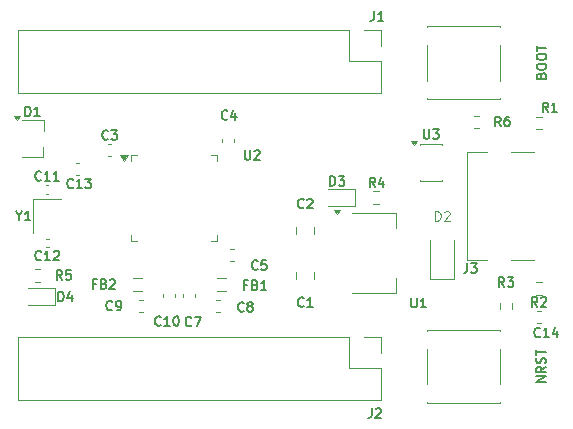
<source format=gbr>
%TF.GenerationSoftware,KiCad,Pcbnew,9.0.5*%
%TF.CreationDate,2025-10-21T09:40:09+03:30*%
%TF.ProjectId,WeAct-STM32G474,57654163-742d-4535-944d-333247343734,rev?*%
%TF.SameCoordinates,Original*%
%TF.FileFunction,Legend,Top*%
%TF.FilePolarity,Positive*%
%FSLAX46Y46*%
G04 Gerber Fmt 4.6, Leading zero omitted, Abs format (unit mm)*
G04 Created by KiCad (PCBNEW 9.0.5) date 2025-10-21 09:40:09*
%MOMM*%
%LPD*%
G01*
G04 APERTURE LIST*
%ADD10C,0.150000*%
%ADD11C,0.100000*%
%ADD12C,0.120000*%
G04 APERTURE END LIST*
D10*
X141390476Y-92802295D02*
X141390476Y-93449914D01*
X141390476Y-93449914D02*
X141428571Y-93526104D01*
X141428571Y-93526104D02*
X141466666Y-93564200D01*
X141466666Y-93564200D02*
X141542857Y-93602295D01*
X141542857Y-93602295D02*
X141695238Y-93602295D01*
X141695238Y-93602295D02*
X141771428Y-93564200D01*
X141771428Y-93564200D02*
X141809523Y-93526104D01*
X141809523Y-93526104D02*
X141847619Y-93449914D01*
X141847619Y-93449914D02*
X141847619Y-92802295D01*
X142190475Y-92878485D02*
X142228571Y-92840390D01*
X142228571Y-92840390D02*
X142304761Y-92802295D01*
X142304761Y-92802295D02*
X142495237Y-92802295D01*
X142495237Y-92802295D02*
X142571428Y-92840390D01*
X142571428Y-92840390D02*
X142609523Y-92878485D01*
X142609523Y-92878485D02*
X142647618Y-92954676D01*
X142647618Y-92954676D02*
X142647618Y-93030866D01*
X142647618Y-93030866D02*
X142609523Y-93145152D01*
X142609523Y-93145152D02*
X142152380Y-93602295D01*
X142152380Y-93602295D02*
X142647618Y-93602295D01*
X160233333Y-102362295D02*
X160233333Y-102933723D01*
X160233333Y-102933723D02*
X160195238Y-103048009D01*
X160195238Y-103048009D02*
X160119047Y-103124200D01*
X160119047Y-103124200D02*
X160004762Y-103162295D01*
X160004762Y-103162295D02*
X159928571Y-103162295D01*
X160538095Y-102362295D02*
X161033333Y-102362295D01*
X161033333Y-102362295D02*
X160766667Y-102667057D01*
X160766667Y-102667057D02*
X160880952Y-102667057D01*
X160880952Y-102667057D02*
X160957143Y-102705152D01*
X160957143Y-102705152D02*
X160995238Y-102743247D01*
X160995238Y-102743247D02*
X161033333Y-102819438D01*
X161033333Y-102819438D02*
X161033333Y-103009914D01*
X161033333Y-103009914D02*
X160995238Y-103086104D01*
X160995238Y-103086104D02*
X160957143Y-103124200D01*
X160957143Y-103124200D02*
X160880952Y-103162295D01*
X160880952Y-103162295D02*
X160652381Y-103162295D01*
X160652381Y-103162295D02*
X160576190Y-103124200D01*
X160576190Y-103124200D02*
X160538095Y-103086104D01*
X124135714Y-102057396D02*
X124097618Y-102095492D01*
X124097618Y-102095492D02*
X123983333Y-102133587D01*
X123983333Y-102133587D02*
X123907142Y-102133587D01*
X123907142Y-102133587D02*
X123792856Y-102095492D01*
X123792856Y-102095492D02*
X123716666Y-102019301D01*
X123716666Y-102019301D02*
X123678571Y-101943111D01*
X123678571Y-101943111D02*
X123640475Y-101790730D01*
X123640475Y-101790730D02*
X123640475Y-101676444D01*
X123640475Y-101676444D02*
X123678571Y-101524063D01*
X123678571Y-101524063D02*
X123716666Y-101447872D01*
X123716666Y-101447872D02*
X123792856Y-101371682D01*
X123792856Y-101371682D02*
X123907142Y-101333587D01*
X123907142Y-101333587D02*
X123983333Y-101333587D01*
X123983333Y-101333587D02*
X124097618Y-101371682D01*
X124097618Y-101371682D02*
X124135714Y-101409777D01*
X124897618Y-102133587D02*
X124440475Y-102133587D01*
X124669047Y-102133587D02*
X124669047Y-101333587D01*
X124669047Y-101333587D02*
X124592856Y-101447872D01*
X124592856Y-101447872D02*
X124516666Y-101524063D01*
X124516666Y-101524063D02*
X124440475Y-101562158D01*
X125202380Y-101409777D02*
X125240476Y-101371682D01*
X125240476Y-101371682D02*
X125316666Y-101333587D01*
X125316666Y-101333587D02*
X125507142Y-101333587D01*
X125507142Y-101333587D02*
X125583333Y-101371682D01*
X125583333Y-101371682D02*
X125621428Y-101409777D01*
X125621428Y-101409777D02*
X125659523Y-101485968D01*
X125659523Y-101485968D02*
X125659523Y-101562158D01*
X125659523Y-101562158D02*
X125621428Y-101676444D01*
X125621428Y-101676444D02*
X125164285Y-102133587D01*
X125164285Y-102133587D02*
X125659523Y-102133587D01*
X124135714Y-95307396D02*
X124097618Y-95345492D01*
X124097618Y-95345492D02*
X123983333Y-95383587D01*
X123983333Y-95383587D02*
X123907142Y-95383587D01*
X123907142Y-95383587D02*
X123792856Y-95345492D01*
X123792856Y-95345492D02*
X123716666Y-95269301D01*
X123716666Y-95269301D02*
X123678571Y-95193111D01*
X123678571Y-95193111D02*
X123640475Y-95040730D01*
X123640475Y-95040730D02*
X123640475Y-94926444D01*
X123640475Y-94926444D02*
X123678571Y-94774063D01*
X123678571Y-94774063D02*
X123716666Y-94697872D01*
X123716666Y-94697872D02*
X123792856Y-94621682D01*
X123792856Y-94621682D02*
X123907142Y-94583587D01*
X123907142Y-94583587D02*
X123983333Y-94583587D01*
X123983333Y-94583587D02*
X124097618Y-94621682D01*
X124097618Y-94621682D02*
X124135714Y-94659777D01*
X124897618Y-95383587D02*
X124440475Y-95383587D01*
X124669047Y-95383587D02*
X124669047Y-94583587D01*
X124669047Y-94583587D02*
X124592856Y-94697872D01*
X124592856Y-94697872D02*
X124516666Y-94774063D01*
X124516666Y-94774063D02*
X124440475Y-94812158D01*
X125659523Y-95383587D02*
X125202380Y-95383587D01*
X125430952Y-95383587D02*
X125430952Y-94583587D01*
X125430952Y-94583587D02*
X125354761Y-94697872D01*
X125354761Y-94697872D02*
X125278571Y-94774063D01*
X125278571Y-94774063D02*
X125202380Y-94812158D01*
X125916667Y-103762295D02*
X125650000Y-103381342D01*
X125459524Y-103762295D02*
X125459524Y-102962295D01*
X125459524Y-102962295D02*
X125764286Y-102962295D01*
X125764286Y-102962295D02*
X125840476Y-103000390D01*
X125840476Y-103000390D02*
X125878571Y-103038485D01*
X125878571Y-103038485D02*
X125916667Y-103114676D01*
X125916667Y-103114676D02*
X125916667Y-103228961D01*
X125916667Y-103228961D02*
X125878571Y-103305152D01*
X125878571Y-103305152D02*
X125840476Y-103343247D01*
X125840476Y-103343247D02*
X125764286Y-103381342D01*
X125764286Y-103381342D02*
X125459524Y-103381342D01*
X126640476Y-102962295D02*
X126259524Y-102962295D01*
X126259524Y-102962295D02*
X126221428Y-103343247D01*
X126221428Y-103343247D02*
X126259524Y-103305152D01*
X126259524Y-103305152D02*
X126335714Y-103267057D01*
X126335714Y-103267057D02*
X126526190Y-103267057D01*
X126526190Y-103267057D02*
X126602381Y-103305152D01*
X126602381Y-103305152D02*
X126640476Y-103343247D01*
X126640476Y-103343247D02*
X126678571Y-103419438D01*
X126678571Y-103419438D02*
X126678571Y-103609914D01*
X126678571Y-103609914D02*
X126640476Y-103686104D01*
X126640476Y-103686104D02*
X126602381Y-103724200D01*
X126602381Y-103724200D02*
X126526190Y-103762295D01*
X126526190Y-103762295D02*
X126335714Y-103762295D01*
X126335714Y-103762295D02*
X126259524Y-103724200D01*
X126259524Y-103724200D02*
X126221428Y-103686104D01*
X141583333Y-104193247D02*
X141316667Y-104193247D01*
X141316667Y-104612295D02*
X141316667Y-103812295D01*
X141316667Y-103812295D02*
X141697619Y-103812295D01*
X142269047Y-104193247D02*
X142383333Y-104231342D01*
X142383333Y-104231342D02*
X142421428Y-104269438D01*
X142421428Y-104269438D02*
X142459524Y-104345628D01*
X142459524Y-104345628D02*
X142459524Y-104459914D01*
X142459524Y-104459914D02*
X142421428Y-104536104D01*
X142421428Y-104536104D02*
X142383333Y-104574200D01*
X142383333Y-104574200D02*
X142307143Y-104612295D01*
X142307143Y-104612295D02*
X142002381Y-104612295D01*
X142002381Y-104612295D02*
X142002381Y-103812295D01*
X142002381Y-103812295D02*
X142269047Y-103812295D01*
X142269047Y-103812295D02*
X142345238Y-103850390D01*
X142345238Y-103850390D02*
X142383333Y-103888485D01*
X142383333Y-103888485D02*
X142421428Y-103964676D01*
X142421428Y-103964676D02*
X142421428Y-104040866D01*
X142421428Y-104040866D02*
X142383333Y-104117057D01*
X142383333Y-104117057D02*
X142345238Y-104155152D01*
X142345238Y-104155152D02*
X142269047Y-104193247D01*
X142269047Y-104193247D02*
X142002381Y-104193247D01*
X143221428Y-104612295D02*
X142764285Y-104612295D01*
X142992857Y-104612295D02*
X142992857Y-103812295D01*
X142992857Y-103812295D02*
X142916666Y-103926580D01*
X142916666Y-103926580D02*
X142840476Y-104002771D01*
X142840476Y-104002771D02*
X142764285Y-104040866D01*
X152333333Y-81042295D02*
X152333333Y-81613723D01*
X152333333Y-81613723D02*
X152295238Y-81728009D01*
X152295238Y-81728009D02*
X152219047Y-81804200D01*
X152219047Y-81804200D02*
X152104762Y-81842295D01*
X152104762Y-81842295D02*
X152028571Y-81842295D01*
X153133333Y-81842295D02*
X152676190Y-81842295D01*
X152904762Y-81842295D02*
X152904762Y-81042295D01*
X152904762Y-81042295D02*
X152828571Y-81156580D01*
X152828571Y-81156580D02*
X152752381Y-81232771D01*
X152752381Y-81232771D02*
X152676190Y-81270866D01*
X167066667Y-89562295D02*
X166800000Y-89181342D01*
X166609524Y-89562295D02*
X166609524Y-88762295D01*
X166609524Y-88762295D02*
X166914286Y-88762295D01*
X166914286Y-88762295D02*
X166990476Y-88800390D01*
X166990476Y-88800390D02*
X167028571Y-88838485D01*
X167028571Y-88838485D02*
X167066667Y-88914676D01*
X167066667Y-88914676D02*
X167066667Y-89028961D01*
X167066667Y-89028961D02*
X167028571Y-89105152D01*
X167028571Y-89105152D02*
X166990476Y-89143247D01*
X166990476Y-89143247D02*
X166914286Y-89181342D01*
X166914286Y-89181342D02*
X166609524Y-89181342D01*
X167828571Y-89562295D02*
X167371428Y-89562295D01*
X167600000Y-89562295D02*
X167600000Y-88762295D01*
X167600000Y-88762295D02*
X167523809Y-88876580D01*
X167523809Y-88876580D02*
X167447619Y-88952771D01*
X167447619Y-88952771D02*
X167371428Y-88990866D01*
X163066667Y-90762295D02*
X162800000Y-90381342D01*
X162609524Y-90762295D02*
X162609524Y-89962295D01*
X162609524Y-89962295D02*
X162914286Y-89962295D01*
X162914286Y-89962295D02*
X162990476Y-90000390D01*
X162990476Y-90000390D02*
X163028571Y-90038485D01*
X163028571Y-90038485D02*
X163066667Y-90114676D01*
X163066667Y-90114676D02*
X163066667Y-90228961D01*
X163066667Y-90228961D02*
X163028571Y-90305152D01*
X163028571Y-90305152D02*
X162990476Y-90343247D01*
X162990476Y-90343247D02*
X162914286Y-90381342D01*
X162914286Y-90381342D02*
X162609524Y-90381342D01*
X163752381Y-89962295D02*
X163600000Y-89962295D01*
X163600000Y-89962295D02*
X163523809Y-90000390D01*
X163523809Y-90000390D02*
X163485714Y-90038485D01*
X163485714Y-90038485D02*
X163409524Y-90152771D01*
X163409524Y-90152771D02*
X163371428Y-90305152D01*
X163371428Y-90305152D02*
X163371428Y-90609914D01*
X163371428Y-90609914D02*
X163409524Y-90686104D01*
X163409524Y-90686104D02*
X163447619Y-90724200D01*
X163447619Y-90724200D02*
X163523809Y-90762295D01*
X163523809Y-90762295D02*
X163676190Y-90762295D01*
X163676190Y-90762295D02*
X163752381Y-90724200D01*
X163752381Y-90724200D02*
X163790476Y-90686104D01*
X163790476Y-90686104D02*
X163828571Y-90609914D01*
X163828571Y-90609914D02*
X163828571Y-90419438D01*
X163828571Y-90419438D02*
X163790476Y-90343247D01*
X163790476Y-90343247D02*
X163752381Y-90305152D01*
X163752381Y-90305152D02*
X163676190Y-90267057D01*
X163676190Y-90267057D02*
X163523809Y-90267057D01*
X163523809Y-90267057D02*
X163447619Y-90305152D01*
X163447619Y-90305152D02*
X163409524Y-90343247D01*
X163409524Y-90343247D02*
X163371428Y-90419438D01*
X146366667Y-97636104D02*
X146328571Y-97674200D01*
X146328571Y-97674200D02*
X146214286Y-97712295D01*
X146214286Y-97712295D02*
X146138095Y-97712295D01*
X146138095Y-97712295D02*
X146023809Y-97674200D01*
X146023809Y-97674200D02*
X145947619Y-97598009D01*
X145947619Y-97598009D02*
X145909524Y-97521819D01*
X145909524Y-97521819D02*
X145871428Y-97369438D01*
X145871428Y-97369438D02*
X145871428Y-97255152D01*
X145871428Y-97255152D02*
X145909524Y-97102771D01*
X145909524Y-97102771D02*
X145947619Y-97026580D01*
X145947619Y-97026580D02*
X146023809Y-96950390D01*
X146023809Y-96950390D02*
X146138095Y-96912295D01*
X146138095Y-96912295D02*
X146214286Y-96912295D01*
X146214286Y-96912295D02*
X146328571Y-96950390D01*
X146328571Y-96950390D02*
X146366667Y-96988485D01*
X146671428Y-96988485D02*
X146709524Y-96950390D01*
X146709524Y-96950390D02*
X146785714Y-96912295D01*
X146785714Y-96912295D02*
X146976190Y-96912295D01*
X146976190Y-96912295D02*
X147052381Y-96950390D01*
X147052381Y-96950390D02*
X147090476Y-96988485D01*
X147090476Y-96988485D02*
X147128571Y-97064676D01*
X147128571Y-97064676D02*
X147128571Y-97140866D01*
X147128571Y-97140866D02*
X147090476Y-97255152D01*
X147090476Y-97255152D02*
X146633333Y-97712295D01*
X146633333Y-97712295D02*
X147128571Y-97712295D01*
D11*
X157509524Y-98764895D02*
X157509524Y-97964895D01*
X157509524Y-97964895D02*
X157700000Y-97964895D01*
X157700000Y-97964895D02*
X157814286Y-98002990D01*
X157814286Y-98002990D02*
X157890476Y-98079180D01*
X157890476Y-98079180D02*
X157928571Y-98155371D01*
X157928571Y-98155371D02*
X157966667Y-98307752D01*
X157966667Y-98307752D02*
X157966667Y-98422038D01*
X157966667Y-98422038D02*
X157928571Y-98574419D01*
X157928571Y-98574419D02*
X157890476Y-98650609D01*
X157890476Y-98650609D02*
X157814286Y-98726800D01*
X157814286Y-98726800D02*
X157700000Y-98764895D01*
X157700000Y-98764895D02*
X157509524Y-98764895D01*
X158271428Y-98041085D02*
X158309524Y-98002990D01*
X158309524Y-98002990D02*
X158385714Y-97964895D01*
X158385714Y-97964895D02*
X158576190Y-97964895D01*
X158576190Y-97964895D02*
X158652381Y-98002990D01*
X158652381Y-98002990D02*
X158690476Y-98041085D01*
X158690476Y-98041085D02*
X158728571Y-98117276D01*
X158728571Y-98117276D02*
X158728571Y-98193466D01*
X158728571Y-98193466D02*
X158690476Y-98307752D01*
X158690476Y-98307752D02*
X158233333Y-98764895D01*
X158233333Y-98764895D02*
X158728571Y-98764895D01*
D10*
X166166667Y-106062295D02*
X165900000Y-105681342D01*
X165709524Y-106062295D02*
X165709524Y-105262295D01*
X165709524Y-105262295D02*
X166014286Y-105262295D01*
X166014286Y-105262295D02*
X166090476Y-105300390D01*
X166090476Y-105300390D02*
X166128571Y-105338485D01*
X166128571Y-105338485D02*
X166166667Y-105414676D01*
X166166667Y-105414676D02*
X166166667Y-105528961D01*
X166166667Y-105528961D02*
X166128571Y-105605152D01*
X166128571Y-105605152D02*
X166090476Y-105643247D01*
X166090476Y-105643247D02*
X166014286Y-105681342D01*
X166014286Y-105681342D02*
X165709524Y-105681342D01*
X166471428Y-105338485D02*
X166509524Y-105300390D01*
X166509524Y-105300390D02*
X166585714Y-105262295D01*
X166585714Y-105262295D02*
X166776190Y-105262295D01*
X166776190Y-105262295D02*
X166852381Y-105300390D01*
X166852381Y-105300390D02*
X166890476Y-105338485D01*
X166890476Y-105338485D02*
X166928571Y-105414676D01*
X166928571Y-105414676D02*
X166928571Y-105490866D01*
X166928571Y-105490866D02*
X166890476Y-105605152D01*
X166890476Y-105605152D02*
X166433333Y-106062295D01*
X166433333Y-106062295D02*
X166928571Y-106062295D01*
X166862295Y-112414285D02*
X166062295Y-112414285D01*
X166062295Y-112414285D02*
X166862295Y-111957142D01*
X166862295Y-111957142D02*
X166062295Y-111957142D01*
X166862295Y-111119047D02*
X166481342Y-111385714D01*
X166862295Y-111576190D02*
X166062295Y-111576190D01*
X166062295Y-111576190D02*
X166062295Y-111271428D01*
X166062295Y-111271428D02*
X166100390Y-111195238D01*
X166100390Y-111195238D02*
X166138485Y-111157143D01*
X166138485Y-111157143D02*
X166214676Y-111119047D01*
X166214676Y-111119047D02*
X166328961Y-111119047D01*
X166328961Y-111119047D02*
X166405152Y-111157143D01*
X166405152Y-111157143D02*
X166443247Y-111195238D01*
X166443247Y-111195238D02*
X166481342Y-111271428D01*
X166481342Y-111271428D02*
X166481342Y-111576190D01*
X166824200Y-110814286D02*
X166862295Y-110700000D01*
X166862295Y-110700000D02*
X166862295Y-110509524D01*
X166862295Y-110509524D02*
X166824200Y-110433333D01*
X166824200Y-110433333D02*
X166786104Y-110395238D01*
X166786104Y-110395238D02*
X166709914Y-110357143D01*
X166709914Y-110357143D02*
X166633723Y-110357143D01*
X166633723Y-110357143D02*
X166557533Y-110395238D01*
X166557533Y-110395238D02*
X166519438Y-110433333D01*
X166519438Y-110433333D02*
X166481342Y-110509524D01*
X166481342Y-110509524D02*
X166443247Y-110661905D01*
X166443247Y-110661905D02*
X166405152Y-110738095D01*
X166405152Y-110738095D02*
X166367057Y-110776190D01*
X166367057Y-110776190D02*
X166290866Y-110814286D01*
X166290866Y-110814286D02*
X166214676Y-110814286D01*
X166214676Y-110814286D02*
X166138485Y-110776190D01*
X166138485Y-110776190D02*
X166100390Y-110738095D01*
X166100390Y-110738095D02*
X166062295Y-110661905D01*
X166062295Y-110661905D02*
X166062295Y-110471428D01*
X166062295Y-110471428D02*
X166100390Y-110357143D01*
X166062295Y-110128571D02*
X166062295Y-109671428D01*
X166862295Y-109900000D02*
X166062295Y-109900000D01*
X126860714Y-95936104D02*
X126822618Y-95974200D01*
X126822618Y-95974200D02*
X126708333Y-96012295D01*
X126708333Y-96012295D02*
X126632142Y-96012295D01*
X126632142Y-96012295D02*
X126517856Y-95974200D01*
X126517856Y-95974200D02*
X126441666Y-95898009D01*
X126441666Y-95898009D02*
X126403571Y-95821819D01*
X126403571Y-95821819D02*
X126365475Y-95669438D01*
X126365475Y-95669438D02*
X126365475Y-95555152D01*
X126365475Y-95555152D02*
X126403571Y-95402771D01*
X126403571Y-95402771D02*
X126441666Y-95326580D01*
X126441666Y-95326580D02*
X126517856Y-95250390D01*
X126517856Y-95250390D02*
X126632142Y-95212295D01*
X126632142Y-95212295D02*
X126708333Y-95212295D01*
X126708333Y-95212295D02*
X126822618Y-95250390D01*
X126822618Y-95250390D02*
X126860714Y-95288485D01*
X127622618Y-96012295D02*
X127165475Y-96012295D01*
X127394047Y-96012295D02*
X127394047Y-95212295D01*
X127394047Y-95212295D02*
X127317856Y-95326580D01*
X127317856Y-95326580D02*
X127241666Y-95402771D01*
X127241666Y-95402771D02*
X127165475Y-95440866D01*
X127889285Y-95212295D02*
X128384523Y-95212295D01*
X128384523Y-95212295D02*
X128117857Y-95517057D01*
X128117857Y-95517057D02*
X128232142Y-95517057D01*
X128232142Y-95517057D02*
X128308333Y-95555152D01*
X128308333Y-95555152D02*
X128346428Y-95593247D01*
X128346428Y-95593247D02*
X128384523Y-95669438D01*
X128384523Y-95669438D02*
X128384523Y-95859914D01*
X128384523Y-95859914D02*
X128346428Y-95936104D01*
X128346428Y-95936104D02*
X128308333Y-95974200D01*
X128308333Y-95974200D02*
X128232142Y-96012295D01*
X128232142Y-96012295D02*
X128003571Y-96012295D01*
X128003571Y-96012295D02*
X127927380Y-95974200D01*
X127927380Y-95974200D02*
X127889285Y-95936104D01*
X146366667Y-105986104D02*
X146328571Y-106024200D01*
X146328571Y-106024200D02*
X146214286Y-106062295D01*
X146214286Y-106062295D02*
X146138095Y-106062295D01*
X146138095Y-106062295D02*
X146023809Y-106024200D01*
X146023809Y-106024200D02*
X145947619Y-105948009D01*
X145947619Y-105948009D02*
X145909524Y-105871819D01*
X145909524Y-105871819D02*
X145871428Y-105719438D01*
X145871428Y-105719438D02*
X145871428Y-105605152D01*
X145871428Y-105605152D02*
X145909524Y-105452771D01*
X145909524Y-105452771D02*
X145947619Y-105376580D01*
X145947619Y-105376580D02*
X146023809Y-105300390D01*
X146023809Y-105300390D02*
X146138095Y-105262295D01*
X146138095Y-105262295D02*
X146214286Y-105262295D01*
X146214286Y-105262295D02*
X146328571Y-105300390D01*
X146328571Y-105300390D02*
X146366667Y-105338485D01*
X147128571Y-106062295D02*
X146671428Y-106062295D01*
X146900000Y-106062295D02*
X146900000Y-105262295D01*
X146900000Y-105262295D02*
X146823809Y-105376580D01*
X146823809Y-105376580D02*
X146747619Y-105452771D01*
X146747619Y-105452771D02*
X146671428Y-105490866D01*
X155490476Y-105312295D02*
X155490476Y-105959914D01*
X155490476Y-105959914D02*
X155528571Y-106036104D01*
X155528571Y-106036104D02*
X155566666Y-106074200D01*
X155566666Y-106074200D02*
X155642857Y-106112295D01*
X155642857Y-106112295D02*
X155795238Y-106112295D01*
X155795238Y-106112295D02*
X155871428Y-106074200D01*
X155871428Y-106074200D02*
X155909523Y-106036104D01*
X155909523Y-106036104D02*
X155947619Y-105959914D01*
X155947619Y-105959914D02*
X155947619Y-105312295D01*
X156747618Y-106112295D02*
X156290475Y-106112295D01*
X156519047Y-106112295D02*
X156519047Y-105312295D01*
X156519047Y-105312295D02*
X156442856Y-105426580D01*
X156442856Y-105426580D02*
X156366666Y-105502771D01*
X156366666Y-105502771D02*
X156290475Y-105540866D01*
X139916667Y-90136104D02*
X139878571Y-90174200D01*
X139878571Y-90174200D02*
X139764286Y-90212295D01*
X139764286Y-90212295D02*
X139688095Y-90212295D01*
X139688095Y-90212295D02*
X139573809Y-90174200D01*
X139573809Y-90174200D02*
X139497619Y-90098009D01*
X139497619Y-90098009D02*
X139459524Y-90021819D01*
X139459524Y-90021819D02*
X139421428Y-89869438D01*
X139421428Y-89869438D02*
X139421428Y-89755152D01*
X139421428Y-89755152D02*
X139459524Y-89602771D01*
X139459524Y-89602771D02*
X139497619Y-89526580D01*
X139497619Y-89526580D02*
X139573809Y-89450390D01*
X139573809Y-89450390D02*
X139688095Y-89412295D01*
X139688095Y-89412295D02*
X139764286Y-89412295D01*
X139764286Y-89412295D02*
X139878571Y-89450390D01*
X139878571Y-89450390D02*
X139916667Y-89488485D01*
X140602381Y-89678961D02*
X140602381Y-90212295D01*
X140411905Y-89374200D02*
X140221428Y-89945628D01*
X140221428Y-89945628D02*
X140716667Y-89945628D01*
X122809524Y-89912295D02*
X122809524Y-89112295D01*
X122809524Y-89112295D02*
X123000000Y-89112295D01*
X123000000Y-89112295D02*
X123114286Y-89150390D01*
X123114286Y-89150390D02*
X123190476Y-89226580D01*
X123190476Y-89226580D02*
X123228571Y-89302771D01*
X123228571Y-89302771D02*
X123266667Y-89455152D01*
X123266667Y-89455152D02*
X123266667Y-89569438D01*
X123266667Y-89569438D02*
X123228571Y-89721819D01*
X123228571Y-89721819D02*
X123190476Y-89798009D01*
X123190476Y-89798009D02*
X123114286Y-89874200D01*
X123114286Y-89874200D02*
X123000000Y-89912295D01*
X123000000Y-89912295D02*
X122809524Y-89912295D01*
X124028571Y-89912295D02*
X123571428Y-89912295D01*
X123800000Y-89912295D02*
X123800000Y-89112295D01*
X123800000Y-89112295D02*
X123723809Y-89226580D01*
X123723809Y-89226580D02*
X123647619Y-89302771D01*
X123647619Y-89302771D02*
X123571428Y-89340866D01*
X130166667Y-106286104D02*
X130128571Y-106324200D01*
X130128571Y-106324200D02*
X130014286Y-106362295D01*
X130014286Y-106362295D02*
X129938095Y-106362295D01*
X129938095Y-106362295D02*
X129823809Y-106324200D01*
X129823809Y-106324200D02*
X129747619Y-106248009D01*
X129747619Y-106248009D02*
X129709524Y-106171819D01*
X129709524Y-106171819D02*
X129671428Y-106019438D01*
X129671428Y-106019438D02*
X129671428Y-105905152D01*
X129671428Y-105905152D02*
X129709524Y-105752771D01*
X129709524Y-105752771D02*
X129747619Y-105676580D01*
X129747619Y-105676580D02*
X129823809Y-105600390D01*
X129823809Y-105600390D02*
X129938095Y-105562295D01*
X129938095Y-105562295D02*
X130014286Y-105562295D01*
X130014286Y-105562295D02*
X130128571Y-105600390D01*
X130128571Y-105600390D02*
X130166667Y-105638485D01*
X130547619Y-106362295D02*
X130700000Y-106362295D01*
X130700000Y-106362295D02*
X130776190Y-106324200D01*
X130776190Y-106324200D02*
X130814286Y-106286104D01*
X130814286Y-106286104D02*
X130890476Y-106171819D01*
X130890476Y-106171819D02*
X130928571Y-106019438D01*
X130928571Y-106019438D02*
X130928571Y-105714676D01*
X130928571Y-105714676D02*
X130890476Y-105638485D01*
X130890476Y-105638485D02*
X130852381Y-105600390D01*
X130852381Y-105600390D02*
X130776190Y-105562295D01*
X130776190Y-105562295D02*
X130623809Y-105562295D01*
X130623809Y-105562295D02*
X130547619Y-105600390D01*
X130547619Y-105600390D02*
X130509524Y-105638485D01*
X130509524Y-105638485D02*
X130471428Y-105714676D01*
X130471428Y-105714676D02*
X130471428Y-105905152D01*
X130471428Y-105905152D02*
X130509524Y-105981342D01*
X130509524Y-105981342D02*
X130547619Y-106019438D01*
X130547619Y-106019438D02*
X130623809Y-106057533D01*
X130623809Y-106057533D02*
X130776190Y-106057533D01*
X130776190Y-106057533D02*
X130852381Y-106019438D01*
X130852381Y-106019438D02*
X130890476Y-105981342D01*
X130890476Y-105981342D02*
X130928571Y-105905152D01*
X125609524Y-105562295D02*
X125609524Y-104762295D01*
X125609524Y-104762295D02*
X125800000Y-104762295D01*
X125800000Y-104762295D02*
X125914286Y-104800390D01*
X125914286Y-104800390D02*
X125990476Y-104876580D01*
X125990476Y-104876580D02*
X126028571Y-104952771D01*
X126028571Y-104952771D02*
X126066667Y-105105152D01*
X126066667Y-105105152D02*
X126066667Y-105219438D01*
X126066667Y-105219438D02*
X126028571Y-105371819D01*
X126028571Y-105371819D02*
X125990476Y-105448009D01*
X125990476Y-105448009D02*
X125914286Y-105524200D01*
X125914286Y-105524200D02*
X125800000Y-105562295D01*
X125800000Y-105562295D02*
X125609524Y-105562295D01*
X126752381Y-105028961D02*
X126752381Y-105562295D01*
X126561905Y-104724200D02*
X126371428Y-105295628D01*
X126371428Y-105295628D02*
X126866667Y-105295628D01*
X152416667Y-95912295D02*
X152150000Y-95531342D01*
X151959524Y-95912295D02*
X151959524Y-95112295D01*
X151959524Y-95112295D02*
X152264286Y-95112295D01*
X152264286Y-95112295D02*
X152340476Y-95150390D01*
X152340476Y-95150390D02*
X152378571Y-95188485D01*
X152378571Y-95188485D02*
X152416667Y-95264676D01*
X152416667Y-95264676D02*
X152416667Y-95378961D01*
X152416667Y-95378961D02*
X152378571Y-95455152D01*
X152378571Y-95455152D02*
X152340476Y-95493247D01*
X152340476Y-95493247D02*
X152264286Y-95531342D01*
X152264286Y-95531342D02*
X151959524Y-95531342D01*
X153102381Y-95378961D02*
X153102381Y-95912295D01*
X152911905Y-95074200D02*
X152721428Y-95645628D01*
X152721428Y-95645628D02*
X153216667Y-95645628D01*
X129816667Y-91836104D02*
X129778571Y-91874200D01*
X129778571Y-91874200D02*
X129664286Y-91912295D01*
X129664286Y-91912295D02*
X129588095Y-91912295D01*
X129588095Y-91912295D02*
X129473809Y-91874200D01*
X129473809Y-91874200D02*
X129397619Y-91798009D01*
X129397619Y-91798009D02*
X129359524Y-91721819D01*
X129359524Y-91721819D02*
X129321428Y-91569438D01*
X129321428Y-91569438D02*
X129321428Y-91455152D01*
X129321428Y-91455152D02*
X129359524Y-91302771D01*
X129359524Y-91302771D02*
X129397619Y-91226580D01*
X129397619Y-91226580D02*
X129473809Y-91150390D01*
X129473809Y-91150390D02*
X129588095Y-91112295D01*
X129588095Y-91112295D02*
X129664286Y-91112295D01*
X129664286Y-91112295D02*
X129778571Y-91150390D01*
X129778571Y-91150390D02*
X129816667Y-91188485D01*
X130083333Y-91112295D02*
X130578571Y-91112295D01*
X130578571Y-91112295D02*
X130311905Y-91417057D01*
X130311905Y-91417057D02*
X130426190Y-91417057D01*
X130426190Y-91417057D02*
X130502381Y-91455152D01*
X130502381Y-91455152D02*
X130540476Y-91493247D01*
X130540476Y-91493247D02*
X130578571Y-91569438D01*
X130578571Y-91569438D02*
X130578571Y-91759914D01*
X130578571Y-91759914D02*
X130540476Y-91836104D01*
X130540476Y-91836104D02*
X130502381Y-91874200D01*
X130502381Y-91874200D02*
X130426190Y-91912295D01*
X130426190Y-91912295D02*
X130197619Y-91912295D01*
X130197619Y-91912295D02*
X130121428Y-91874200D01*
X130121428Y-91874200D02*
X130083333Y-91836104D01*
X141291667Y-106386104D02*
X141253571Y-106424200D01*
X141253571Y-106424200D02*
X141139286Y-106462295D01*
X141139286Y-106462295D02*
X141063095Y-106462295D01*
X141063095Y-106462295D02*
X140948809Y-106424200D01*
X140948809Y-106424200D02*
X140872619Y-106348009D01*
X140872619Y-106348009D02*
X140834524Y-106271819D01*
X140834524Y-106271819D02*
X140796428Y-106119438D01*
X140796428Y-106119438D02*
X140796428Y-106005152D01*
X140796428Y-106005152D02*
X140834524Y-105852771D01*
X140834524Y-105852771D02*
X140872619Y-105776580D01*
X140872619Y-105776580D02*
X140948809Y-105700390D01*
X140948809Y-105700390D02*
X141063095Y-105662295D01*
X141063095Y-105662295D02*
X141139286Y-105662295D01*
X141139286Y-105662295D02*
X141253571Y-105700390D01*
X141253571Y-105700390D02*
X141291667Y-105738485D01*
X141748809Y-106005152D02*
X141672619Y-105967057D01*
X141672619Y-105967057D02*
X141634524Y-105928961D01*
X141634524Y-105928961D02*
X141596428Y-105852771D01*
X141596428Y-105852771D02*
X141596428Y-105814676D01*
X141596428Y-105814676D02*
X141634524Y-105738485D01*
X141634524Y-105738485D02*
X141672619Y-105700390D01*
X141672619Y-105700390D02*
X141748809Y-105662295D01*
X141748809Y-105662295D02*
X141901190Y-105662295D01*
X141901190Y-105662295D02*
X141977381Y-105700390D01*
X141977381Y-105700390D02*
X142015476Y-105738485D01*
X142015476Y-105738485D02*
X142053571Y-105814676D01*
X142053571Y-105814676D02*
X142053571Y-105852771D01*
X142053571Y-105852771D02*
X142015476Y-105928961D01*
X142015476Y-105928961D02*
X141977381Y-105967057D01*
X141977381Y-105967057D02*
X141901190Y-106005152D01*
X141901190Y-106005152D02*
X141748809Y-106005152D01*
X141748809Y-106005152D02*
X141672619Y-106043247D01*
X141672619Y-106043247D02*
X141634524Y-106081342D01*
X141634524Y-106081342D02*
X141596428Y-106157533D01*
X141596428Y-106157533D02*
X141596428Y-106309914D01*
X141596428Y-106309914D02*
X141634524Y-106386104D01*
X141634524Y-106386104D02*
X141672619Y-106424200D01*
X141672619Y-106424200D02*
X141748809Y-106462295D01*
X141748809Y-106462295D02*
X141901190Y-106462295D01*
X141901190Y-106462295D02*
X141977381Y-106424200D01*
X141977381Y-106424200D02*
X142015476Y-106386104D01*
X142015476Y-106386104D02*
X142053571Y-106309914D01*
X142053571Y-106309914D02*
X142053571Y-106157533D01*
X142053571Y-106157533D02*
X142015476Y-106081342D01*
X142015476Y-106081342D02*
X141977381Y-106043247D01*
X141977381Y-106043247D02*
X141901190Y-106005152D01*
X136866667Y-107636104D02*
X136828571Y-107674200D01*
X136828571Y-107674200D02*
X136714286Y-107712295D01*
X136714286Y-107712295D02*
X136638095Y-107712295D01*
X136638095Y-107712295D02*
X136523809Y-107674200D01*
X136523809Y-107674200D02*
X136447619Y-107598009D01*
X136447619Y-107598009D02*
X136409524Y-107521819D01*
X136409524Y-107521819D02*
X136371428Y-107369438D01*
X136371428Y-107369438D02*
X136371428Y-107255152D01*
X136371428Y-107255152D02*
X136409524Y-107102771D01*
X136409524Y-107102771D02*
X136447619Y-107026580D01*
X136447619Y-107026580D02*
X136523809Y-106950390D01*
X136523809Y-106950390D02*
X136638095Y-106912295D01*
X136638095Y-106912295D02*
X136714286Y-106912295D01*
X136714286Y-106912295D02*
X136828571Y-106950390D01*
X136828571Y-106950390D02*
X136866667Y-106988485D01*
X137133333Y-106912295D02*
X137666667Y-106912295D01*
X137666667Y-106912295D02*
X137323809Y-107712295D01*
X166385714Y-108536104D02*
X166347618Y-108574200D01*
X166347618Y-108574200D02*
X166233333Y-108612295D01*
X166233333Y-108612295D02*
X166157142Y-108612295D01*
X166157142Y-108612295D02*
X166042856Y-108574200D01*
X166042856Y-108574200D02*
X165966666Y-108498009D01*
X165966666Y-108498009D02*
X165928571Y-108421819D01*
X165928571Y-108421819D02*
X165890475Y-108269438D01*
X165890475Y-108269438D02*
X165890475Y-108155152D01*
X165890475Y-108155152D02*
X165928571Y-108002771D01*
X165928571Y-108002771D02*
X165966666Y-107926580D01*
X165966666Y-107926580D02*
X166042856Y-107850390D01*
X166042856Y-107850390D02*
X166157142Y-107812295D01*
X166157142Y-107812295D02*
X166233333Y-107812295D01*
X166233333Y-107812295D02*
X166347618Y-107850390D01*
X166347618Y-107850390D02*
X166385714Y-107888485D01*
X167147618Y-108612295D02*
X166690475Y-108612295D01*
X166919047Y-108612295D02*
X166919047Y-107812295D01*
X166919047Y-107812295D02*
X166842856Y-107926580D01*
X166842856Y-107926580D02*
X166766666Y-108002771D01*
X166766666Y-108002771D02*
X166690475Y-108040866D01*
X167833333Y-108078961D02*
X167833333Y-108612295D01*
X167642857Y-107774200D02*
X167452380Y-108345628D01*
X167452380Y-108345628D02*
X167947619Y-108345628D01*
X134285714Y-107586104D02*
X134247618Y-107624200D01*
X134247618Y-107624200D02*
X134133333Y-107662295D01*
X134133333Y-107662295D02*
X134057142Y-107662295D01*
X134057142Y-107662295D02*
X133942856Y-107624200D01*
X133942856Y-107624200D02*
X133866666Y-107548009D01*
X133866666Y-107548009D02*
X133828571Y-107471819D01*
X133828571Y-107471819D02*
X133790475Y-107319438D01*
X133790475Y-107319438D02*
X133790475Y-107205152D01*
X133790475Y-107205152D02*
X133828571Y-107052771D01*
X133828571Y-107052771D02*
X133866666Y-106976580D01*
X133866666Y-106976580D02*
X133942856Y-106900390D01*
X133942856Y-106900390D02*
X134057142Y-106862295D01*
X134057142Y-106862295D02*
X134133333Y-106862295D01*
X134133333Y-106862295D02*
X134247618Y-106900390D01*
X134247618Y-106900390D02*
X134285714Y-106938485D01*
X135047618Y-107662295D02*
X134590475Y-107662295D01*
X134819047Y-107662295D02*
X134819047Y-106862295D01*
X134819047Y-106862295D02*
X134742856Y-106976580D01*
X134742856Y-106976580D02*
X134666666Y-107052771D01*
X134666666Y-107052771D02*
X134590475Y-107090866D01*
X135542857Y-106862295D02*
X135619047Y-106862295D01*
X135619047Y-106862295D02*
X135695238Y-106900390D01*
X135695238Y-106900390D02*
X135733333Y-106938485D01*
X135733333Y-106938485D02*
X135771428Y-107014676D01*
X135771428Y-107014676D02*
X135809523Y-107167057D01*
X135809523Y-107167057D02*
X135809523Y-107357533D01*
X135809523Y-107357533D02*
X135771428Y-107509914D01*
X135771428Y-107509914D02*
X135733333Y-107586104D01*
X135733333Y-107586104D02*
X135695238Y-107624200D01*
X135695238Y-107624200D02*
X135619047Y-107662295D01*
X135619047Y-107662295D02*
X135542857Y-107662295D01*
X135542857Y-107662295D02*
X135466666Y-107624200D01*
X135466666Y-107624200D02*
X135428571Y-107586104D01*
X135428571Y-107586104D02*
X135390476Y-107509914D01*
X135390476Y-107509914D02*
X135352380Y-107357533D01*
X135352380Y-107357533D02*
X135352380Y-107167057D01*
X135352380Y-107167057D02*
X135390476Y-107014676D01*
X135390476Y-107014676D02*
X135428571Y-106938485D01*
X135428571Y-106938485D02*
X135466666Y-106900390D01*
X135466666Y-106900390D02*
X135542857Y-106862295D01*
X166493247Y-86485714D02*
X166531342Y-86371428D01*
X166531342Y-86371428D02*
X166569438Y-86333333D01*
X166569438Y-86333333D02*
X166645628Y-86295237D01*
X166645628Y-86295237D02*
X166759914Y-86295237D01*
X166759914Y-86295237D02*
X166836104Y-86333333D01*
X166836104Y-86333333D02*
X166874200Y-86371428D01*
X166874200Y-86371428D02*
X166912295Y-86447618D01*
X166912295Y-86447618D02*
X166912295Y-86752380D01*
X166912295Y-86752380D02*
X166112295Y-86752380D01*
X166112295Y-86752380D02*
X166112295Y-86485714D01*
X166112295Y-86485714D02*
X166150390Y-86409523D01*
X166150390Y-86409523D02*
X166188485Y-86371428D01*
X166188485Y-86371428D02*
X166264676Y-86333333D01*
X166264676Y-86333333D02*
X166340866Y-86333333D01*
X166340866Y-86333333D02*
X166417057Y-86371428D01*
X166417057Y-86371428D02*
X166455152Y-86409523D01*
X166455152Y-86409523D02*
X166493247Y-86485714D01*
X166493247Y-86485714D02*
X166493247Y-86752380D01*
X166112295Y-85799999D02*
X166112295Y-85647618D01*
X166112295Y-85647618D02*
X166150390Y-85571428D01*
X166150390Y-85571428D02*
X166226580Y-85495237D01*
X166226580Y-85495237D02*
X166378961Y-85457142D01*
X166378961Y-85457142D02*
X166645628Y-85457142D01*
X166645628Y-85457142D02*
X166798009Y-85495237D01*
X166798009Y-85495237D02*
X166874200Y-85571428D01*
X166874200Y-85571428D02*
X166912295Y-85647618D01*
X166912295Y-85647618D02*
X166912295Y-85799999D01*
X166912295Y-85799999D02*
X166874200Y-85876190D01*
X166874200Y-85876190D02*
X166798009Y-85952380D01*
X166798009Y-85952380D02*
X166645628Y-85990476D01*
X166645628Y-85990476D02*
X166378961Y-85990476D01*
X166378961Y-85990476D02*
X166226580Y-85952380D01*
X166226580Y-85952380D02*
X166150390Y-85876190D01*
X166150390Y-85876190D02*
X166112295Y-85799999D01*
X166112295Y-84961904D02*
X166112295Y-84809523D01*
X166112295Y-84809523D02*
X166150390Y-84733333D01*
X166150390Y-84733333D02*
X166226580Y-84657142D01*
X166226580Y-84657142D02*
X166378961Y-84619047D01*
X166378961Y-84619047D02*
X166645628Y-84619047D01*
X166645628Y-84619047D02*
X166798009Y-84657142D01*
X166798009Y-84657142D02*
X166874200Y-84733333D01*
X166874200Y-84733333D02*
X166912295Y-84809523D01*
X166912295Y-84809523D02*
X166912295Y-84961904D01*
X166912295Y-84961904D02*
X166874200Y-85038095D01*
X166874200Y-85038095D02*
X166798009Y-85114285D01*
X166798009Y-85114285D02*
X166645628Y-85152381D01*
X166645628Y-85152381D02*
X166378961Y-85152381D01*
X166378961Y-85152381D02*
X166226580Y-85114285D01*
X166226580Y-85114285D02*
X166150390Y-85038095D01*
X166150390Y-85038095D02*
X166112295Y-84961904D01*
X166112295Y-84390476D02*
X166112295Y-83933333D01*
X166912295Y-84161905D02*
X166112295Y-84161905D01*
X163366667Y-104362295D02*
X163100000Y-103981342D01*
X162909524Y-104362295D02*
X162909524Y-103562295D01*
X162909524Y-103562295D02*
X163214286Y-103562295D01*
X163214286Y-103562295D02*
X163290476Y-103600390D01*
X163290476Y-103600390D02*
X163328571Y-103638485D01*
X163328571Y-103638485D02*
X163366667Y-103714676D01*
X163366667Y-103714676D02*
X163366667Y-103828961D01*
X163366667Y-103828961D02*
X163328571Y-103905152D01*
X163328571Y-103905152D02*
X163290476Y-103943247D01*
X163290476Y-103943247D02*
X163214286Y-103981342D01*
X163214286Y-103981342D02*
X162909524Y-103981342D01*
X163633333Y-103562295D02*
X164128571Y-103562295D01*
X164128571Y-103562295D02*
X163861905Y-103867057D01*
X163861905Y-103867057D02*
X163976190Y-103867057D01*
X163976190Y-103867057D02*
X164052381Y-103905152D01*
X164052381Y-103905152D02*
X164090476Y-103943247D01*
X164090476Y-103943247D02*
X164128571Y-104019438D01*
X164128571Y-104019438D02*
X164128571Y-104209914D01*
X164128571Y-104209914D02*
X164090476Y-104286104D01*
X164090476Y-104286104D02*
X164052381Y-104324200D01*
X164052381Y-104324200D02*
X163976190Y-104362295D01*
X163976190Y-104362295D02*
X163747619Y-104362295D01*
X163747619Y-104362295D02*
X163671428Y-104324200D01*
X163671428Y-104324200D02*
X163633333Y-104286104D01*
X128783333Y-104093247D02*
X128516667Y-104093247D01*
X128516667Y-104512295D02*
X128516667Y-103712295D01*
X128516667Y-103712295D02*
X128897619Y-103712295D01*
X129469047Y-104093247D02*
X129583333Y-104131342D01*
X129583333Y-104131342D02*
X129621428Y-104169438D01*
X129621428Y-104169438D02*
X129659524Y-104245628D01*
X129659524Y-104245628D02*
X129659524Y-104359914D01*
X129659524Y-104359914D02*
X129621428Y-104436104D01*
X129621428Y-104436104D02*
X129583333Y-104474200D01*
X129583333Y-104474200D02*
X129507143Y-104512295D01*
X129507143Y-104512295D02*
X129202381Y-104512295D01*
X129202381Y-104512295D02*
X129202381Y-103712295D01*
X129202381Y-103712295D02*
X129469047Y-103712295D01*
X129469047Y-103712295D02*
X129545238Y-103750390D01*
X129545238Y-103750390D02*
X129583333Y-103788485D01*
X129583333Y-103788485D02*
X129621428Y-103864676D01*
X129621428Y-103864676D02*
X129621428Y-103940866D01*
X129621428Y-103940866D02*
X129583333Y-104017057D01*
X129583333Y-104017057D02*
X129545238Y-104055152D01*
X129545238Y-104055152D02*
X129469047Y-104093247D01*
X129469047Y-104093247D02*
X129202381Y-104093247D01*
X129964285Y-103788485D02*
X130002381Y-103750390D01*
X130002381Y-103750390D02*
X130078571Y-103712295D01*
X130078571Y-103712295D02*
X130269047Y-103712295D01*
X130269047Y-103712295D02*
X130345238Y-103750390D01*
X130345238Y-103750390D02*
X130383333Y-103788485D01*
X130383333Y-103788485D02*
X130421428Y-103864676D01*
X130421428Y-103864676D02*
X130421428Y-103940866D01*
X130421428Y-103940866D02*
X130383333Y-104055152D01*
X130383333Y-104055152D02*
X129926190Y-104512295D01*
X129926190Y-104512295D02*
X130421428Y-104512295D01*
X142466667Y-102836104D02*
X142428571Y-102874200D01*
X142428571Y-102874200D02*
X142314286Y-102912295D01*
X142314286Y-102912295D02*
X142238095Y-102912295D01*
X142238095Y-102912295D02*
X142123809Y-102874200D01*
X142123809Y-102874200D02*
X142047619Y-102798009D01*
X142047619Y-102798009D02*
X142009524Y-102721819D01*
X142009524Y-102721819D02*
X141971428Y-102569438D01*
X141971428Y-102569438D02*
X141971428Y-102455152D01*
X141971428Y-102455152D02*
X142009524Y-102302771D01*
X142009524Y-102302771D02*
X142047619Y-102226580D01*
X142047619Y-102226580D02*
X142123809Y-102150390D01*
X142123809Y-102150390D02*
X142238095Y-102112295D01*
X142238095Y-102112295D02*
X142314286Y-102112295D01*
X142314286Y-102112295D02*
X142428571Y-102150390D01*
X142428571Y-102150390D02*
X142466667Y-102188485D01*
X143190476Y-102112295D02*
X142809524Y-102112295D01*
X142809524Y-102112295D02*
X142771428Y-102493247D01*
X142771428Y-102493247D02*
X142809524Y-102455152D01*
X142809524Y-102455152D02*
X142885714Y-102417057D01*
X142885714Y-102417057D02*
X143076190Y-102417057D01*
X143076190Y-102417057D02*
X143152381Y-102455152D01*
X143152381Y-102455152D02*
X143190476Y-102493247D01*
X143190476Y-102493247D02*
X143228571Y-102569438D01*
X143228571Y-102569438D02*
X143228571Y-102759914D01*
X143228571Y-102759914D02*
X143190476Y-102836104D01*
X143190476Y-102836104D02*
X143152381Y-102874200D01*
X143152381Y-102874200D02*
X143076190Y-102912295D01*
X143076190Y-102912295D02*
X142885714Y-102912295D01*
X142885714Y-102912295D02*
X142809524Y-102874200D01*
X142809524Y-102874200D02*
X142771428Y-102836104D01*
X148609524Y-95812295D02*
X148609524Y-95012295D01*
X148609524Y-95012295D02*
X148800000Y-95012295D01*
X148800000Y-95012295D02*
X148914286Y-95050390D01*
X148914286Y-95050390D02*
X148990476Y-95126580D01*
X148990476Y-95126580D02*
X149028571Y-95202771D01*
X149028571Y-95202771D02*
X149066667Y-95355152D01*
X149066667Y-95355152D02*
X149066667Y-95469438D01*
X149066667Y-95469438D02*
X149028571Y-95621819D01*
X149028571Y-95621819D02*
X148990476Y-95698009D01*
X148990476Y-95698009D02*
X148914286Y-95774200D01*
X148914286Y-95774200D02*
X148800000Y-95812295D01*
X148800000Y-95812295D02*
X148609524Y-95812295D01*
X149333333Y-95012295D02*
X149828571Y-95012295D01*
X149828571Y-95012295D02*
X149561905Y-95317057D01*
X149561905Y-95317057D02*
X149676190Y-95317057D01*
X149676190Y-95317057D02*
X149752381Y-95355152D01*
X149752381Y-95355152D02*
X149790476Y-95393247D01*
X149790476Y-95393247D02*
X149828571Y-95469438D01*
X149828571Y-95469438D02*
X149828571Y-95659914D01*
X149828571Y-95659914D02*
X149790476Y-95736104D01*
X149790476Y-95736104D02*
X149752381Y-95774200D01*
X149752381Y-95774200D02*
X149676190Y-95812295D01*
X149676190Y-95812295D02*
X149447619Y-95812295D01*
X149447619Y-95812295D02*
X149371428Y-95774200D01*
X149371428Y-95774200D02*
X149333333Y-95736104D01*
X152133333Y-114662295D02*
X152133333Y-115233723D01*
X152133333Y-115233723D02*
X152095238Y-115348009D01*
X152095238Y-115348009D02*
X152019047Y-115424200D01*
X152019047Y-115424200D02*
X151904762Y-115462295D01*
X151904762Y-115462295D02*
X151828571Y-115462295D01*
X152476190Y-114738485D02*
X152514286Y-114700390D01*
X152514286Y-114700390D02*
X152590476Y-114662295D01*
X152590476Y-114662295D02*
X152780952Y-114662295D01*
X152780952Y-114662295D02*
X152857143Y-114700390D01*
X152857143Y-114700390D02*
X152895238Y-114738485D01*
X152895238Y-114738485D02*
X152933333Y-114814676D01*
X152933333Y-114814676D02*
X152933333Y-114890866D01*
X152933333Y-114890866D02*
X152895238Y-115005152D01*
X152895238Y-115005152D02*
X152438095Y-115462295D01*
X152438095Y-115462295D02*
X152933333Y-115462295D01*
X156552976Y-91012295D02*
X156552976Y-91659914D01*
X156552976Y-91659914D02*
X156591071Y-91736104D01*
X156591071Y-91736104D02*
X156629166Y-91774200D01*
X156629166Y-91774200D02*
X156705357Y-91812295D01*
X156705357Y-91812295D02*
X156857738Y-91812295D01*
X156857738Y-91812295D02*
X156933928Y-91774200D01*
X156933928Y-91774200D02*
X156972023Y-91736104D01*
X156972023Y-91736104D02*
X157010119Y-91659914D01*
X157010119Y-91659914D02*
X157010119Y-91012295D01*
X157314880Y-91012295D02*
X157810118Y-91012295D01*
X157810118Y-91012295D02*
X157543452Y-91317057D01*
X157543452Y-91317057D02*
X157657737Y-91317057D01*
X157657737Y-91317057D02*
X157733928Y-91355152D01*
X157733928Y-91355152D02*
X157772023Y-91393247D01*
X157772023Y-91393247D02*
X157810118Y-91469438D01*
X157810118Y-91469438D02*
X157810118Y-91659914D01*
X157810118Y-91659914D02*
X157772023Y-91736104D01*
X157772023Y-91736104D02*
X157733928Y-91774200D01*
X157733928Y-91774200D02*
X157657737Y-91812295D01*
X157657737Y-91812295D02*
X157429166Y-91812295D01*
X157429166Y-91812295D02*
X157352975Y-91774200D01*
X157352975Y-91774200D02*
X157314880Y-91736104D01*
X122269048Y-98352634D02*
X122269048Y-98733587D01*
X122002381Y-97933587D02*
X122269048Y-98352634D01*
X122269048Y-98352634D02*
X122535714Y-97933587D01*
X123221428Y-98733587D02*
X122764285Y-98733587D01*
X122992857Y-98733587D02*
X122992857Y-97933587D01*
X122992857Y-97933587D02*
X122916666Y-98047872D01*
X122916666Y-98047872D02*
X122840476Y-98124063D01*
X122840476Y-98124063D02*
X122764285Y-98162158D01*
D12*
%TO.C,U2*%
X131790000Y-93240000D02*
X132240000Y-93240000D01*
X131790000Y-93690000D02*
X131790000Y-93240000D01*
X131790000Y-100460000D02*
X131790000Y-100010000D01*
X132240000Y-100460000D02*
X131790000Y-100460000D01*
X138560000Y-93240000D02*
X139010000Y-93240000D01*
X139010000Y-93240000D02*
X139010000Y-93690000D01*
X139010000Y-100010000D02*
X139010000Y-100460000D01*
X139010000Y-100460000D02*
X138560000Y-100460000D01*
X131150000Y-93690000D02*
X130810000Y-93220000D01*
X131490000Y-93220000D01*
X131150000Y-93690000D01*
G36*
X131150000Y-93690000D02*
G01*
X130810000Y-93220000D01*
X131490000Y-93220000D01*
X131150000Y-93690000D01*
G37*
%TO.C,J3*%
X165850000Y-92920000D02*
X163930000Y-92920000D01*
X160215000Y-92920000D02*
X161920000Y-92920000D01*
X163930000Y-102080000D02*
X165850000Y-102080000D01*
X161920000Y-102080000D02*
X160215000Y-102080000D01*
X160215000Y-102080000D02*
X160215000Y-92920000D01*
%TO.C,C12*%
X124807836Y-101031292D02*
X124592164Y-101031292D01*
X124807836Y-100311292D02*
X124592164Y-100311292D01*
%TO.C,C11*%
X124757836Y-96481292D02*
X124542164Y-96481292D01*
X124757836Y-95761292D02*
X124542164Y-95761292D01*
%TO.C,R5*%
X124087258Y-102877500D02*
X123612742Y-102877500D01*
X124087258Y-103922500D02*
X123612742Y-103922500D01*
%TO.C,FB1*%
X139799622Y-103640000D02*
X139000378Y-103640000D01*
X139799622Y-104760000D02*
X139000378Y-104760000D01*
%TO.C,J1*%
X122180000Y-82620000D02*
X122180000Y-87920000D01*
X150230000Y-82620000D02*
X122180000Y-82620000D01*
X150230000Y-82620000D02*
X150230000Y-85270000D01*
X150230000Y-85270000D02*
X152880000Y-85270000D01*
X151500000Y-82620000D02*
X152880000Y-82620000D01*
X152880000Y-82620000D02*
X152880000Y-84000000D01*
X152880000Y-85270000D02*
X152880000Y-87920000D01*
X152880000Y-87920000D02*
X122180000Y-87920000D01*
%TO.C,R1*%
X166537258Y-89977500D02*
X166062742Y-89977500D01*
X166537258Y-91022500D02*
X166062742Y-91022500D01*
%TO.C,R6*%
X160762742Y-89877500D02*
X161237258Y-89877500D01*
X160762742Y-90922500D02*
X161237258Y-90922500D01*
%TO.C,C2*%
X145765000Y-99861252D02*
X145765000Y-99338748D01*
X147235000Y-99861252D02*
X147235000Y-99338748D01*
%TO.C,D2*%
X157090000Y-100400000D02*
X157090000Y-103710000D01*
X159110000Y-103710000D02*
X157090000Y-103710000D01*
X159110000Y-103710000D02*
X159110000Y-100400000D01*
%TO.C,R2*%
X166537258Y-103977500D02*
X166062742Y-103977500D01*
X166537258Y-105022500D02*
X166062742Y-105022500D01*
%TO.C,NRST*%
X156800000Y-108000000D02*
X156800000Y-108100000D01*
X156800000Y-108000000D02*
X163000000Y-108000000D01*
X156800000Y-109600000D02*
X156800000Y-112600000D01*
X156800000Y-114200000D02*
X156800000Y-114100000D01*
X156800000Y-114200000D02*
X163000000Y-114200000D01*
X163000000Y-108100000D02*
X163000000Y-108000000D01*
X163000000Y-109600000D02*
X163000000Y-112600000D01*
X163000000Y-114200000D02*
X163000000Y-114100000D01*
%TO.C,C13*%
X127390580Y-93840000D02*
X127109420Y-93840000D01*
X127390580Y-94860000D02*
X127109420Y-94860000D01*
%TO.C,C1*%
X145765000Y-103661252D02*
X145765000Y-103138748D01*
X147235000Y-103661252D02*
X147235000Y-103138748D01*
%TO.C,U1*%
X150450000Y-98090000D02*
X154210000Y-98090000D01*
X150450000Y-104910000D02*
X154210000Y-104910000D01*
X154210000Y-98090000D02*
X154210000Y-99350000D01*
X154210000Y-104910000D02*
X154210000Y-103650000D01*
X149170000Y-98190000D02*
X148930000Y-97860000D01*
X149410000Y-97860000D01*
X149170000Y-98190000D01*
G36*
X149170000Y-98190000D02*
G01*
X148930000Y-97860000D01*
X149410000Y-97860000D01*
X149170000Y-98190000D01*
G37*
%TO.C,C4*%
X139490000Y-92090580D02*
X139490000Y-91809420D01*
X140510000Y-92090580D02*
X140510000Y-91809420D01*
%TO.C,D1*%
X124345000Y-92490000D02*
X124345000Y-93380000D01*
X124345000Y-93380000D02*
X122495000Y-93380000D01*
X124360000Y-90260000D02*
X122510000Y-90260000D01*
X124360000Y-90260000D02*
X124360000Y-91150000D01*
X122120000Y-90250000D02*
X121880000Y-89920000D01*
X122360000Y-89920000D01*
X122120000Y-90250000D01*
G36*
X122120000Y-90250000D02*
G01*
X121880000Y-89920000D01*
X122360000Y-89920000D01*
X122120000Y-90250000D01*
G37*
%TO.C,C9*%
X132459420Y-105490000D02*
X132740580Y-105490000D01*
X132459420Y-106510000D02*
X132740580Y-106510000D01*
%TO.C,D4*%
X123050000Y-105935000D02*
X125335000Y-105935000D01*
X125335000Y-104465000D02*
X123050000Y-104465000D01*
X125335000Y-105935000D02*
X125335000Y-104465000D01*
%TO.C,R4*%
X152262742Y-96277500D02*
X152737258Y-96277500D01*
X152262742Y-97322500D02*
X152737258Y-97322500D01*
%TO.C,C3*%
X130065580Y-92290000D02*
X129784420Y-92290000D01*
X130065580Y-93310000D02*
X129784420Y-93310000D01*
%TO.C,C8*%
X139265580Y-105490000D02*
X138984420Y-105490000D01*
X139265580Y-106510000D02*
X138984420Y-106510000D01*
%TO.C,C7*%
X136190000Y-104934420D02*
X136190000Y-105215580D01*
X137210000Y-104934420D02*
X137210000Y-105215580D01*
%TO.C,C14*%
X166159420Y-106390000D02*
X166440580Y-106390000D01*
X166159420Y-107410000D02*
X166440580Y-107410000D01*
%TO.C,C10*%
X134490000Y-104934420D02*
X134490000Y-105215580D01*
X135510000Y-104934420D02*
X135510000Y-105215580D01*
%TO.C,BOOT*%
X156800000Y-82300000D02*
X156800000Y-82400000D01*
X156800000Y-86900000D02*
X156800000Y-83900000D01*
X156800000Y-88400000D02*
X156800000Y-88500000D01*
X163000000Y-82300000D02*
X156800000Y-82300000D01*
X163000000Y-82300000D02*
X163000000Y-82400000D01*
X163000000Y-86900000D02*
X163000000Y-83900000D01*
X163000000Y-88500000D02*
X156800000Y-88500000D01*
X163000000Y-88500000D02*
X163000000Y-88400000D01*
%TO.C,R3*%
X162977500Y-105762742D02*
X162977500Y-106237258D01*
X164022500Y-105762742D02*
X164022500Y-106237258D01*
%TO.C,FB2*%
X131912878Y-103640000D02*
X132712122Y-103640000D01*
X131912878Y-104760000D02*
X132712122Y-104760000D01*
%TO.C,C5*%
X140159420Y-101140000D02*
X140440580Y-101140000D01*
X140159420Y-102160000D02*
X140440580Y-102160000D01*
%TO.C,D3*%
X148400000Y-97535000D02*
X150685000Y-97535000D01*
X150685000Y-96065000D02*
X148400000Y-96065000D01*
X150685000Y-97535000D02*
X150685000Y-96065000D01*
%TO.C,J2*%
X122180000Y-108620000D02*
X122180000Y-113920000D01*
X150230000Y-108620000D02*
X122180000Y-108620000D01*
X150230000Y-108620000D02*
X150230000Y-111270000D01*
X150230000Y-111270000D02*
X152880000Y-111270000D01*
X151500000Y-108620000D02*
X152880000Y-108620000D01*
X152880000Y-108620000D02*
X152880000Y-110000000D01*
X152880000Y-111270000D02*
X152880000Y-113920000D01*
X152880000Y-113920000D02*
X122180000Y-113920000D01*
%TO.C,U3*%
X156252500Y-92290000D02*
X158072500Y-92290000D01*
X156252500Y-92340000D02*
X156252500Y-92290000D01*
X156252500Y-95410000D02*
X156252500Y-95360000D01*
X158072500Y-92290000D02*
X158072500Y-92340000D01*
X158072500Y-95360000D02*
X158072500Y-95410000D01*
X158072500Y-95410000D02*
X156252500Y-95410000D01*
X155712500Y-92340000D02*
X155472500Y-92010000D01*
X155952500Y-92010000D01*
X155712500Y-92340000D01*
G36*
X155712500Y-92340000D02*
G01*
X155472500Y-92010000D01*
X155952500Y-92010000D01*
X155712500Y-92340000D01*
G37*
%TO.C,Y1*%
X123440000Y-96961292D02*
X123440000Y-99781292D01*
X125860000Y-96961292D02*
X123440000Y-96961292D01*
%TD*%
M02*

</source>
